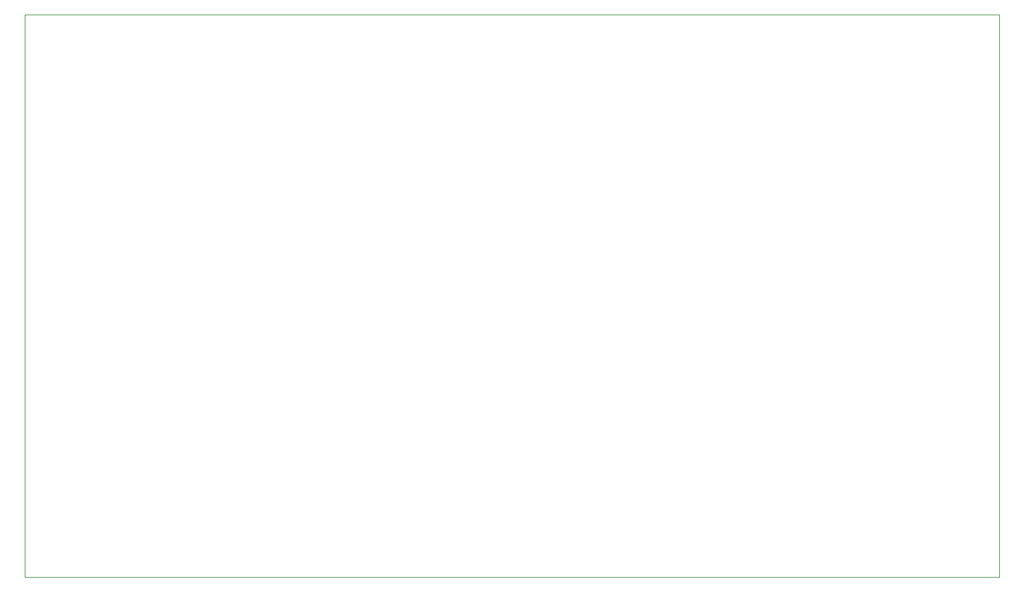
<source format=gbr>
%TF.GenerationSoftware,KiCad,Pcbnew,8.0.5*%
%TF.CreationDate,2024-11-10T22:18:14+02:00*%
%TF.ProjectId,LockBoard,4c6f636b-426f-4617-9264-2e6b69636164,rev?*%
%TF.SameCoordinates,Original*%
%TF.FileFunction,Profile,NP*%
%FSLAX46Y46*%
G04 Gerber Fmt 4.6, Leading zero omitted, Abs format (unit mm)*
G04 Created by KiCad (PCBNEW 8.0.5) date 2024-11-10 22:18:14*
%MOMM*%
%LPD*%
G01*
G04 APERTURE LIST*
%TA.AperFunction,Profile*%
%ADD10C,0.050000*%
%TD*%
G04 APERTURE END LIST*
D10*
X62500000Y-64000000D02*
X192500000Y-64000000D01*
X192500000Y-139000000D01*
X62500000Y-139000000D01*
X62500000Y-64000000D01*
M02*

</source>
